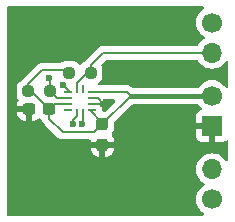
<source format=gtl>
G04 #@! TF.GenerationSoftware,KiCad,Pcbnew,8.0.5*
G04 #@! TF.CreationDate,2024-10-06T10:53:57+02:00*
G04 #@! TF.ProjectId,BMA400-breakout,424d4134-3030-42d6-9272-65616b6f7574,rev?*
G04 #@! TF.SameCoordinates,Original*
G04 #@! TF.FileFunction,Copper,L1,Top*
G04 #@! TF.FilePolarity,Positive*
%FSLAX46Y46*%
G04 Gerber Fmt 4.6, Leading zero omitted, Abs format (unit mm)*
G04 Created by KiCad (PCBNEW 8.0.5) date 2024-10-06 10:53:57*
%MOMM*%
%LPD*%
G01*
G04 APERTURE LIST*
G04 Aperture macros list*
%AMRoundRect*
0 Rectangle with rounded corners*
0 $1 Rounding radius*
0 $2 $3 $4 $5 $6 $7 $8 $9 X,Y pos of 4 corners*
0 Add a 4 corners polygon primitive as box body*
4,1,4,$2,$3,$4,$5,$6,$7,$8,$9,$2,$3,0*
0 Add four circle primitives for the rounded corners*
1,1,$1+$1,$2,$3*
1,1,$1+$1,$4,$5*
1,1,$1+$1,$6,$7*
1,1,$1+$1,$8,$9*
0 Add four rect primitives between the rounded corners*
20,1,$1+$1,$2,$3,$4,$5,0*
20,1,$1+$1,$4,$5,$6,$7,0*
20,1,$1+$1,$6,$7,$8,$9,0*
20,1,$1+$1,$8,$9,$2,$3,0*%
G04 Aperture macros list end*
G04 #@! TA.AperFunction,SMDPad,CuDef*
%ADD10R,0.800000X0.280000*%
G04 #@! TD*
G04 #@! TA.AperFunction,SMDPad,CuDef*
%ADD11R,0.280000X0.800000*%
G04 #@! TD*
G04 #@! TA.AperFunction,ComponentPad*
%ADD12C,1.700000*%
G04 #@! TD*
G04 #@! TA.AperFunction,ComponentPad*
%ADD13O,1.700000X1.700000*%
G04 #@! TD*
G04 #@! TA.AperFunction,SMDPad,CuDef*
%ADD14RoundRect,0.237500X0.250000X0.237500X-0.250000X0.237500X-0.250000X-0.237500X0.250000X-0.237500X0*%
G04 #@! TD*
G04 #@! TA.AperFunction,SMDPad,CuDef*
%ADD15RoundRect,0.237500X-0.250000X-0.237500X0.250000X-0.237500X0.250000X0.237500X-0.250000X0.237500X0*%
G04 #@! TD*
G04 #@! TA.AperFunction,SMDPad,CuDef*
%ADD16RoundRect,0.237500X0.300000X0.237500X-0.300000X0.237500X-0.300000X-0.237500X0.300000X-0.237500X0*%
G04 #@! TD*
G04 #@! TA.AperFunction,SMDPad,CuDef*
%ADD17RoundRect,0.237500X-0.237500X0.300000X-0.237500X-0.300000X0.237500X-0.300000X0.237500X0.300000X0*%
G04 #@! TD*
G04 #@! TA.AperFunction,ComponentPad*
%ADD18R,1.700000X1.700000*%
G04 #@! TD*
G04 #@! TA.AperFunction,ViaPad*
%ADD19C,0.600000*%
G04 #@! TD*
G04 #@! TA.AperFunction,Conductor*
%ADD20C,0.200000*%
G04 #@! TD*
G04 #@! TA.AperFunction,Conductor*
%ADD21C,0.400000*%
G04 #@! TD*
G04 APERTURE END LIST*
D10*
X103525340Y-71525000D03*
X103525340Y-72025000D03*
X103525340Y-72525000D03*
X103525340Y-73025000D03*
D11*
X104275340Y-73275000D03*
X104775340Y-73275000D03*
D10*
X105525340Y-73025000D03*
X105525340Y-72525000D03*
X105525340Y-72025000D03*
X105525340Y-71525000D03*
D11*
X104775340Y-71275000D03*
X104275340Y-71275000D03*
D12*
X115720000Y-65630000D03*
D13*
X115720000Y-68170000D03*
D14*
X105442500Y-69850000D03*
X103617500Y-69850000D03*
D15*
X100155000Y-71440000D03*
X101980000Y-71440000D03*
D16*
X101932500Y-72960000D03*
X100207500Y-72960000D03*
D17*
X106430000Y-74227500D03*
X106430000Y-75952500D03*
D12*
X115720000Y-71840000D03*
D18*
X115720000Y-74380000D03*
D12*
X115720000Y-80590000D03*
D13*
X115720000Y-78050000D03*
D19*
X109320000Y-79250000D03*
X108020000Y-70230000D03*
X108630000Y-66860000D03*
X103080000Y-70940000D03*
X109770000Y-75200000D03*
X106510000Y-72520000D03*
X104720000Y-74250000D03*
X103910000Y-74250000D03*
X101900000Y-70350000D03*
D20*
X103910000Y-74250000D02*
X103910000Y-73891471D01*
X103910000Y-73891471D02*
X104275340Y-73526131D01*
X104275340Y-73526131D02*
X104275340Y-73090000D01*
X104720000Y-74250000D02*
X104775340Y-74194660D01*
X104775340Y-74194660D02*
X104775340Y-73090000D01*
X104275340Y-71460000D02*
X104275340Y-70724660D01*
X104275340Y-70724660D02*
X105150000Y-69850000D01*
X105150000Y-69850000D02*
X105442500Y-69850000D01*
X101340000Y-69620000D02*
X103387500Y-69620000D01*
X100155000Y-71440000D02*
X100155000Y-70805000D01*
X108502500Y-71525000D02*
X108817500Y-71840000D01*
X101932500Y-73782500D02*
X101932500Y-72960000D01*
X108817500Y-71840000D02*
X106430000Y-74227500D01*
X106430000Y-74227500D02*
X106430000Y-74114660D01*
X106430000Y-74227500D02*
X105747500Y-74910000D01*
X102367500Y-72525000D02*
X103710340Y-72525000D01*
X101880000Y-72960000D02*
X100360000Y-71440000D01*
X106430000Y-74114660D02*
X105340340Y-73025000D01*
X100360000Y-71440000D02*
X100155000Y-71440000D01*
X101932500Y-72960000D02*
X102367500Y-72525000D01*
X103387500Y-69620000D02*
X103617500Y-69850000D01*
X105340340Y-71525000D02*
X108502500Y-71525000D01*
X103060000Y-74910000D02*
X101932500Y-73782500D01*
X101932500Y-72960000D02*
X101880000Y-72960000D01*
D21*
X115720000Y-71840000D02*
X108817500Y-71840000D01*
D20*
X105747500Y-74910000D02*
X103060000Y-74910000D01*
X100155000Y-70805000D02*
X101340000Y-69620000D01*
X106505000Y-72525000D02*
X106510000Y-72520000D01*
X103710340Y-71525000D02*
X103665000Y-71525000D01*
X103665000Y-71525000D02*
X103080000Y-70940000D01*
X105340340Y-72525000D02*
X106505000Y-72525000D01*
X105340340Y-72025000D02*
X106015000Y-72025000D01*
X106015000Y-72025000D02*
X106510000Y-72520000D01*
X105442500Y-69850000D02*
X105442500Y-69217500D01*
X106490000Y-68170000D02*
X115720000Y-68170000D01*
X105442500Y-69217500D02*
X106490000Y-68170000D01*
X101980000Y-70430000D02*
X101900000Y-70350000D01*
X102565000Y-72025000D02*
X101980000Y-71440000D01*
X101980000Y-71440000D02*
X101980000Y-70430000D01*
X103710340Y-72025000D02*
X102565000Y-72025000D01*
G04 #@! TA.AperFunction,Conductor*
G36*
X114995085Y-64280185D02*
G01*
X115040840Y-64332989D01*
X115050784Y-64402147D01*
X115021759Y-64465703D01*
X114999169Y-64486075D01*
X114848597Y-64591505D01*
X114681505Y-64758597D01*
X114545965Y-64952169D01*
X114545964Y-64952171D01*
X114446098Y-65166335D01*
X114446094Y-65166344D01*
X114384938Y-65394586D01*
X114384936Y-65394596D01*
X114364341Y-65629999D01*
X114364341Y-65630000D01*
X114384936Y-65865403D01*
X114384938Y-65865413D01*
X114446094Y-66093655D01*
X114446096Y-66093659D01*
X114446097Y-66093663D01*
X114542319Y-66300012D01*
X114545965Y-66307830D01*
X114545967Y-66307834D01*
X114654281Y-66462521D01*
X114681501Y-66501396D01*
X114681506Y-66501402D01*
X114848597Y-66668493D01*
X114848603Y-66668498D01*
X115034158Y-66798425D01*
X115077783Y-66853002D01*
X115084977Y-66922500D01*
X115053454Y-66984855D01*
X115034158Y-67001575D01*
X114848597Y-67131505D01*
X114681506Y-67298596D01*
X114545965Y-67492170D01*
X114545962Y-67492175D01*
X114543289Y-67497909D01*
X114497115Y-67550346D01*
X114430909Y-67569500D01*
X106576670Y-67569500D01*
X106576654Y-67569499D01*
X106569058Y-67569499D01*
X106410943Y-67569499D01*
X106334579Y-67589961D01*
X106258214Y-67610423D01*
X106258209Y-67610426D01*
X106121290Y-67689475D01*
X106121282Y-67689481D01*
X104961982Y-68848781D01*
X104961978Y-68848787D01*
X104940850Y-68885381D01*
X104890282Y-68933595D01*
X104884937Y-68935844D01*
X104885029Y-68936040D01*
X104878487Y-68939090D01*
X104731648Y-69029661D01*
X104617681Y-69143629D01*
X104556358Y-69177114D01*
X104486666Y-69172130D01*
X104442319Y-69143629D01*
X104328351Y-69029661D01*
X104328350Y-69029660D01*
X104181516Y-68939092D01*
X104017753Y-68884826D01*
X104017751Y-68884825D01*
X103916678Y-68874500D01*
X103318330Y-68874500D01*
X103318312Y-68874501D01*
X103217247Y-68884825D01*
X103053484Y-68939092D01*
X103053477Y-68939095D01*
X102953051Y-69001039D01*
X102887955Y-69019500D01*
X101419057Y-69019500D01*
X101260943Y-69019500D01*
X101108215Y-69060423D01*
X101108214Y-69060423D01*
X101108212Y-69060424D01*
X101108209Y-69060425D01*
X101058096Y-69089359D01*
X101058095Y-69089360D01*
X101014689Y-69114420D01*
X100971285Y-69139479D01*
X100971282Y-69139481D01*
X99674479Y-70436284D01*
X99651468Y-70476143D01*
X99600901Y-70524359D01*
X99596491Y-70526523D01*
X99590991Y-70529087D01*
X99444148Y-70619661D01*
X99322161Y-70741648D01*
X99231593Y-70888481D01*
X99231592Y-70888484D01*
X99177326Y-71052247D01*
X99177326Y-71052248D01*
X99177325Y-71052248D01*
X99167000Y-71153315D01*
X99167000Y-71726669D01*
X99167001Y-71726687D01*
X99177325Y-71827752D01*
X99181384Y-71840000D01*
X99231592Y-71991516D01*
X99321578Y-72137407D01*
X99340018Y-72204797D01*
X99321577Y-72267599D01*
X99234551Y-72408688D01*
X99234546Y-72408699D01*
X99180319Y-72572347D01*
X99170000Y-72673345D01*
X99170000Y-72710000D01*
X100333500Y-72710000D01*
X100400539Y-72729685D01*
X100446294Y-72782489D01*
X100457500Y-72834000D01*
X100457500Y-73934999D01*
X100556640Y-73934999D01*
X100556654Y-73934998D01*
X100657652Y-73924680D01*
X100821300Y-73870453D01*
X100821311Y-73870448D01*
X100968035Y-73779947D01*
X100981960Y-73766021D01*
X101043282Y-73732533D01*
X101112973Y-73737514D01*
X101157327Y-73766017D01*
X101171650Y-73780340D01*
X101295748Y-73856884D01*
X101342472Y-73908831D01*
X101350425Y-73930327D01*
X101372921Y-74014281D01*
X101372923Y-74014286D01*
X101383465Y-74032544D01*
X101383466Y-74032546D01*
X101451977Y-74151212D01*
X101451981Y-74151217D01*
X101570849Y-74270085D01*
X101570854Y-74270089D01*
X102691284Y-75390520D01*
X102828215Y-75469577D01*
X102980943Y-75510501D01*
X102980946Y-75510501D01*
X103146654Y-75510501D01*
X103146670Y-75510500D01*
X105331000Y-75510500D01*
X105398039Y-75530185D01*
X105443794Y-75582989D01*
X105455000Y-75634500D01*
X105455000Y-75702500D01*
X107404999Y-75702500D01*
X107404999Y-75603360D01*
X107404998Y-75603345D01*
X107394680Y-75502347D01*
X107340453Y-75338699D01*
X107340448Y-75338688D01*
X107249947Y-75191965D01*
X107249944Y-75191961D01*
X107236017Y-75178034D01*
X107202532Y-75116711D01*
X107207516Y-75047019D01*
X107236017Y-75002672D01*
X107250340Y-74988350D01*
X107340908Y-74841516D01*
X107395174Y-74677753D01*
X107405500Y-74576677D01*
X107405499Y-74152595D01*
X107425183Y-74085557D01*
X107441813Y-74064920D01*
X108929916Y-72576819D01*
X108991239Y-72543334D01*
X109017597Y-72540500D01*
X114497289Y-72540500D01*
X114564328Y-72560185D01*
X114598863Y-72593376D01*
X114614224Y-72615313D01*
X114681503Y-72711399D01*
X114681504Y-72711400D01*
X114681505Y-72711401D01*
X114803819Y-72833715D01*
X114837303Y-72895036D01*
X114832319Y-72964728D01*
X114790448Y-73020662D01*
X114759471Y-73037577D01*
X114627912Y-73086646D01*
X114627906Y-73086649D01*
X114512812Y-73172809D01*
X114512809Y-73172812D01*
X114426649Y-73287906D01*
X114426645Y-73287913D01*
X114376403Y-73422620D01*
X114376401Y-73422627D01*
X114370000Y-73482155D01*
X114370000Y-74130000D01*
X115286988Y-74130000D01*
X115254075Y-74187007D01*
X115220000Y-74314174D01*
X115220000Y-74445826D01*
X115254075Y-74572993D01*
X115286988Y-74630000D01*
X114370000Y-74630000D01*
X114370000Y-75277844D01*
X114376401Y-75337372D01*
X114376403Y-75337379D01*
X114426645Y-75472086D01*
X114426649Y-75472093D01*
X114512809Y-75587187D01*
X114512812Y-75587190D01*
X114627906Y-75673350D01*
X114627913Y-75673354D01*
X114762620Y-75723596D01*
X114762627Y-75723598D01*
X114822155Y-75729999D01*
X114822172Y-75730000D01*
X115470000Y-75730000D01*
X115470000Y-74813012D01*
X115527007Y-74845925D01*
X115654174Y-74880000D01*
X115785826Y-74880000D01*
X115912993Y-74845925D01*
X115970000Y-74813012D01*
X115970000Y-75730000D01*
X116617828Y-75730000D01*
X116617844Y-75729999D01*
X116677372Y-75723598D01*
X116677379Y-75723596D01*
X116812086Y-75673354D01*
X116812089Y-75673352D01*
X116891188Y-75614139D01*
X116956653Y-75589721D01*
X117024926Y-75604572D01*
X117074332Y-75653977D01*
X117089500Y-75713405D01*
X117089500Y-77258045D01*
X117069815Y-77325084D01*
X117017011Y-77370839D01*
X116947853Y-77380783D01*
X116884297Y-77351758D01*
X116863925Y-77329168D01*
X116758494Y-77178597D01*
X116591402Y-77011506D01*
X116591395Y-77011501D01*
X116397834Y-76875967D01*
X116397830Y-76875965D01*
X116397828Y-76875964D01*
X116183663Y-76776097D01*
X116183659Y-76776096D01*
X116183655Y-76776094D01*
X115955413Y-76714938D01*
X115955403Y-76714936D01*
X115720001Y-76694341D01*
X115719999Y-76694341D01*
X115484596Y-76714936D01*
X115484586Y-76714938D01*
X115256344Y-76776094D01*
X115256335Y-76776098D01*
X115042171Y-76875964D01*
X115042169Y-76875965D01*
X114848597Y-77011505D01*
X114681505Y-77178597D01*
X114545965Y-77372169D01*
X114545964Y-77372171D01*
X114446098Y-77586335D01*
X114446094Y-77586344D01*
X114384938Y-77814586D01*
X114384936Y-77814596D01*
X114364341Y-78049999D01*
X114364341Y-78050000D01*
X114384936Y-78285403D01*
X114384938Y-78285413D01*
X114446094Y-78513655D01*
X114446096Y-78513659D01*
X114446097Y-78513663D01*
X114542319Y-78720012D01*
X114545965Y-78727830D01*
X114545967Y-78727834D01*
X114654281Y-78882521D01*
X114681501Y-78921396D01*
X114681506Y-78921402D01*
X114848597Y-79088493D01*
X114848603Y-79088498D01*
X115034158Y-79218425D01*
X115077783Y-79273002D01*
X115084977Y-79342500D01*
X115053454Y-79404855D01*
X115034158Y-79421575D01*
X114848597Y-79551505D01*
X114681505Y-79718597D01*
X114545965Y-79912169D01*
X114545964Y-79912171D01*
X114446098Y-80126335D01*
X114446094Y-80126344D01*
X114384938Y-80354586D01*
X114384936Y-80354596D01*
X114364341Y-80589999D01*
X114364341Y-80590000D01*
X114384936Y-80825403D01*
X114384938Y-80825413D01*
X114446094Y-81053655D01*
X114446096Y-81053659D01*
X114446097Y-81053663D01*
X114542319Y-81260012D01*
X114545965Y-81267830D01*
X114545967Y-81267834D01*
X114654281Y-81422521D01*
X114681505Y-81461401D01*
X114848599Y-81628495D01*
X114936967Y-81690371D01*
X114999168Y-81733925D01*
X115042793Y-81788502D01*
X115049986Y-81858000D01*
X115018464Y-81920355D01*
X114958234Y-81955769D01*
X114928045Y-81959500D01*
X98454500Y-81959500D01*
X98387461Y-81939815D01*
X98341706Y-81887011D01*
X98330500Y-81835500D01*
X98330500Y-76301654D01*
X105455001Y-76301654D01*
X105465319Y-76402652D01*
X105519546Y-76566300D01*
X105519551Y-76566311D01*
X105610052Y-76713034D01*
X105610055Y-76713038D01*
X105731961Y-76834944D01*
X105731965Y-76834947D01*
X105878688Y-76925448D01*
X105878699Y-76925453D01*
X106042347Y-76979680D01*
X106143352Y-76989999D01*
X106180000Y-76989999D01*
X106680000Y-76989999D01*
X106716640Y-76989999D01*
X106716654Y-76989998D01*
X106817652Y-76979680D01*
X106981300Y-76925453D01*
X106981311Y-76925448D01*
X107128034Y-76834947D01*
X107128038Y-76834944D01*
X107249944Y-76713038D01*
X107249947Y-76713034D01*
X107340448Y-76566311D01*
X107340453Y-76566300D01*
X107394680Y-76402652D01*
X107404999Y-76301654D01*
X107405000Y-76301641D01*
X107405000Y-76202500D01*
X106680000Y-76202500D01*
X106680000Y-76989999D01*
X106180000Y-76989999D01*
X106180000Y-76202500D01*
X105455001Y-76202500D01*
X105455001Y-76301654D01*
X98330500Y-76301654D01*
X98330500Y-73246654D01*
X99170001Y-73246654D01*
X99180319Y-73347652D01*
X99234546Y-73511300D01*
X99234551Y-73511311D01*
X99325052Y-73658034D01*
X99325055Y-73658038D01*
X99446961Y-73779944D01*
X99446965Y-73779947D01*
X99593688Y-73870448D01*
X99593699Y-73870453D01*
X99757347Y-73924680D01*
X99858351Y-73934999D01*
X99957500Y-73934998D01*
X99957500Y-73210000D01*
X99170001Y-73210000D01*
X99170001Y-73246654D01*
X98330500Y-73246654D01*
X98330500Y-64384500D01*
X98350185Y-64317461D01*
X98402989Y-64271706D01*
X98454500Y-64260500D01*
X114928046Y-64260500D01*
X114995085Y-64280185D01*
G37*
G04 #@! TD.AperFunction*
G04 #@! TA.AperFunction,Conductor*
G36*
X107450442Y-72145185D02*
G01*
X107496197Y-72197989D01*
X107506141Y-72267147D01*
X107477116Y-72330703D01*
X107471086Y-72337178D01*
X107048866Y-72759398D01*
X106655083Y-73153181D01*
X106593760Y-73186666D01*
X106567402Y-73189500D01*
X106549839Y-73189500D01*
X106482800Y-73169815D01*
X106437045Y-73117011D01*
X106425839Y-73065500D01*
X106425839Y-72837129D01*
X106425838Y-72837112D01*
X106420333Y-72785911D01*
X106420333Y-72759398D01*
X106425339Y-72712841D01*
X106425340Y-72712827D01*
X106425340Y-72665000D01*
X106415952Y-72655612D01*
X106380884Y-72645315D01*
X106348658Y-72615313D01*
X106324702Y-72583313D01*
X106300283Y-72517849D01*
X106315133Y-72449576D01*
X106364538Y-72400169D01*
X106423967Y-72385000D01*
X106425340Y-72385000D01*
X106425340Y-72337172D01*
X106425339Y-72337158D01*
X106420081Y-72288257D01*
X106420081Y-72261743D01*
X106422823Y-72236243D01*
X106449562Y-72171692D01*
X106506955Y-72131845D01*
X106546112Y-72125500D01*
X107383403Y-72125500D01*
X107450442Y-72145185D01*
G37*
G04 #@! TD.AperFunction*
G04 #@! TA.AperFunction,Conductor*
G36*
X114497948Y-68790185D02*
G01*
X114543292Y-68842097D01*
X114545965Y-68847830D01*
X114681505Y-69041401D01*
X114848599Y-69208495D01*
X114909708Y-69251284D01*
X115042165Y-69344032D01*
X115042167Y-69344033D01*
X115042170Y-69344035D01*
X115256337Y-69443903D01*
X115484592Y-69505063D01*
X115672918Y-69521539D01*
X115719999Y-69525659D01*
X115720000Y-69525659D01*
X115720001Y-69525659D01*
X115759234Y-69522226D01*
X115955408Y-69505063D01*
X116183663Y-69443903D01*
X116397830Y-69344035D01*
X116591401Y-69208495D01*
X116758495Y-69041401D01*
X116863925Y-68890830D01*
X116918502Y-68847206D01*
X116988000Y-68840012D01*
X117050355Y-68871535D01*
X117085769Y-68931764D01*
X117089500Y-68961954D01*
X117089500Y-71048045D01*
X117069815Y-71115084D01*
X117017011Y-71160839D01*
X116947853Y-71170783D01*
X116884297Y-71141758D01*
X116863925Y-71119168D01*
X116758494Y-70968597D01*
X116591402Y-70801506D01*
X116591395Y-70801501D01*
X116397834Y-70665967D01*
X116397830Y-70665965D01*
X116298531Y-70619661D01*
X116183663Y-70566097D01*
X116183659Y-70566096D01*
X116183655Y-70566094D01*
X115955413Y-70504938D01*
X115955403Y-70504936D01*
X115720001Y-70484341D01*
X115719999Y-70484341D01*
X115484596Y-70504936D01*
X115484586Y-70504938D01*
X115256344Y-70566094D01*
X115256335Y-70566098D01*
X115042171Y-70665964D01*
X115042169Y-70665965D01*
X114848597Y-70801505D01*
X114681506Y-70968596D01*
X114598864Y-71086623D01*
X114544287Y-71130248D01*
X114497289Y-71139500D01*
X109017598Y-71139500D01*
X108950559Y-71119815D01*
X108929917Y-71103181D01*
X108871217Y-71044481D01*
X108871216Y-71044480D01*
X108784404Y-70994360D01*
X108784404Y-70994359D01*
X108784400Y-70994358D01*
X108734285Y-70965423D01*
X108581557Y-70924499D01*
X108423443Y-70924499D01*
X108415847Y-70924499D01*
X108415831Y-70924500D01*
X106178529Y-70924500D01*
X106111490Y-70904815D01*
X106065735Y-70852011D01*
X106055791Y-70782853D01*
X106084816Y-70719297D01*
X106113429Y-70694963D01*
X106153350Y-70670340D01*
X106275340Y-70548350D01*
X106365908Y-70401516D01*
X106420174Y-70237753D01*
X106430500Y-70136677D01*
X106430499Y-69563324D01*
X106424547Y-69505061D01*
X106420174Y-69462247D01*
X106420173Y-69462244D01*
X106365908Y-69298485D01*
X106365908Y-69298484D01*
X106358186Y-69285965D01*
X106339747Y-69218574D01*
X106360670Y-69151911D01*
X106376035Y-69133200D01*
X106702419Y-68806816D01*
X106763740Y-68773334D01*
X106790098Y-68770500D01*
X114430909Y-68770500D01*
X114497948Y-68790185D01*
G37*
G04 #@! TD.AperFunction*
M02*

</source>
